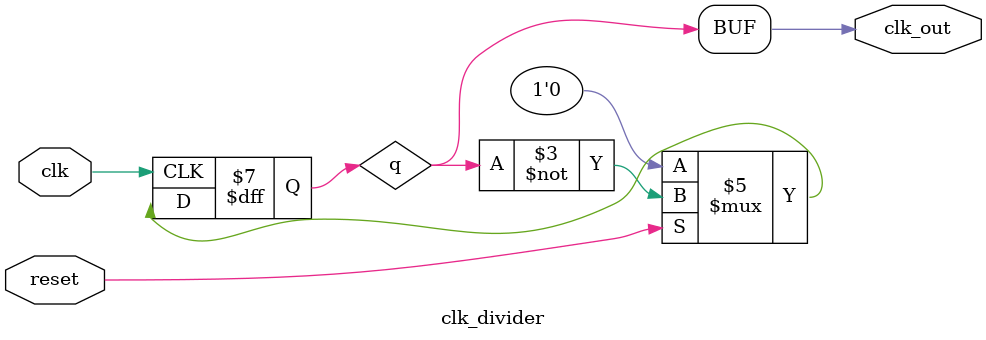
<source format=v>
module clk_divider(clk,reset,clk_out);
input clk,reset;
output  clk_out;
reg q;
always @(posedge clk)

if(!reset)
q <= 1'b0;
else 
q <=~q;
assign clk_out=q;
endmodule
</source>
